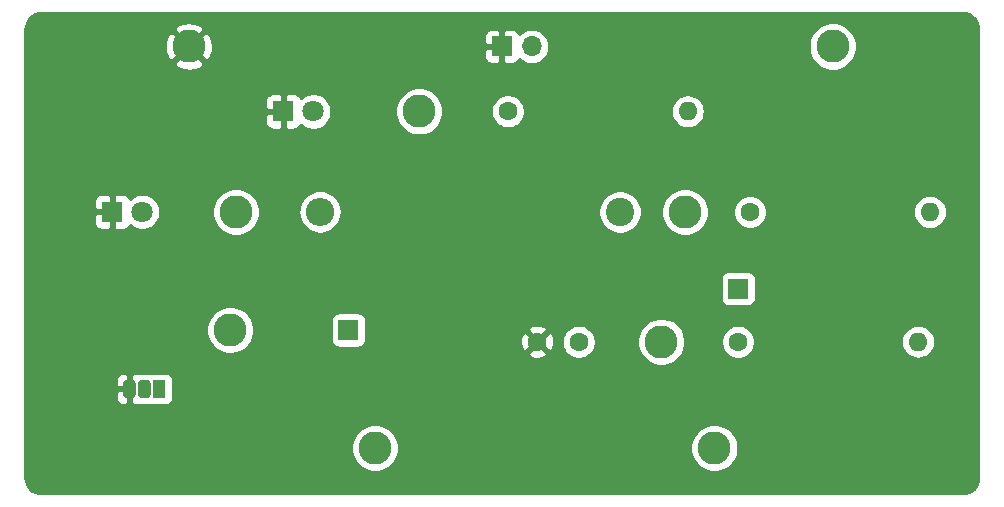
<source format=gbr>
G04 #@! TF.GenerationSoftware,KiCad,Pcbnew,(5.1.0)-1*
G04 #@! TF.CreationDate,2021-02-10T11:26:08+01:00*
G04 #@! TF.ProjectId,L_thilfeV1,4cf67468-696c-4666-9556-312e6b696361,rev?*
G04 #@! TF.SameCoordinates,Original*
G04 #@! TF.FileFunction,Copper,L2,Bot*
G04 #@! TF.FilePolarity,Positive*
%FSLAX46Y46*%
G04 Gerber Fmt 4.6, Leading zero omitted, Abs format (unit mm)*
G04 Created by KiCad (PCBNEW (5.1.0)-1) date 2021-02-10 11:26:08*
%MOMM*%
%LPD*%
G04 APERTURE LIST*
%ADD10C,2.800000*%
%ADD11O,1.700000X1.700000*%
%ADD12R,1.700000X1.700000*%
%ADD13O,2.400000X2.400000*%
%ADD14C,2.400000*%
%ADD15C,1.800000*%
%ADD16R,1.800000X1.800000*%
%ADD17R,1.050000X1.500000*%
%ADD18C,0.100000*%
%ADD19C,1.050000*%
%ADD20C,1.600000*%
%ADD21O,1.600000X1.600000*%
%ADD22C,0.254000*%
G04 APERTURE END LIST*
D10*
X153500000Y-56500000D03*
X117000000Y-55500000D03*
X113500000Y-31500000D03*
X117500000Y-45500000D03*
X133000000Y-37000000D03*
X158000000Y-65500000D03*
X129250000Y-65500000D03*
X155500000Y-45500000D03*
X168000000Y-31500000D03*
D11*
X142540000Y-31500000D03*
D12*
X140000000Y-31500000D03*
D13*
X124600000Y-45500000D03*
D14*
X150000000Y-45500000D03*
D15*
X124040000Y-37000000D03*
D16*
X121500000Y-37000000D03*
D17*
X111000000Y-60500000D03*
D18*
G36*
X108748229Y-59751264D02*
G01*
X108773711Y-59755044D01*
X108798700Y-59761303D01*
X108822954Y-59769982D01*
X108846242Y-59780996D01*
X108868337Y-59794239D01*
X108889028Y-59809585D01*
X108908116Y-59826884D01*
X108925415Y-59845972D01*
X108940761Y-59866663D01*
X108954004Y-59888758D01*
X108965018Y-59912046D01*
X108973697Y-59936300D01*
X108979956Y-59961289D01*
X108983736Y-59986771D01*
X108985000Y-60012500D01*
X108985000Y-60987500D01*
X108983736Y-61013229D01*
X108979956Y-61038711D01*
X108973697Y-61063700D01*
X108965018Y-61087954D01*
X108954004Y-61111242D01*
X108940761Y-61133337D01*
X108925415Y-61154028D01*
X108908116Y-61173116D01*
X108889028Y-61190415D01*
X108868337Y-61205761D01*
X108846242Y-61219004D01*
X108822954Y-61230018D01*
X108798700Y-61238697D01*
X108773711Y-61244956D01*
X108748229Y-61248736D01*
X108722500Y-61250000D01*
X108197500Y-61250000D01*
X108171771Y-61248736D01*
X108146289Y-61244956D01*
X108121300Y-61238697D01*
X108097046Y-61230018D01*
X108073758Y-61219004D01*
X108051663Y-61205761D01*
X108030972Y-61190415D01*
X108011884Y-61173116D01*
X107994585Y-61154028D01*
X107979239Y-61133337D01*
X107965996Y-61111242D01*
X107954982Y-61087954D01*
X107946303Y-61063700D01*
X107940044Y-61038711D01*
X107936264Y-61013229D01*
X107935000Y-60987500D01*
X107935000Y-60012500D01*
X107936264Y-59986771D01*
X107940044Y-59961289D01*
X107946303Y-59936300D01*
X107954982Y-59912046D01*
X107965996Y-59888758D01*
X107979239Y-59866663D01*
X107994585Y-59845972D01*
X108011884Y-59826884D01*
X108030972Y-59809585D01*
X108051663Y-59794239D01*
X108073758Y-59780996D01*
X108097046Y-59769982D01*
X108121300Y-59761303D01*
X108146289Y-59755044D01*
X108171771Y-59751264D01*
X108197500Y-59750000D01*
X108722500Y-59750000D01*
X108748229Y-59751264D01*
X108748229Y-59751264D01*
G37*
D19*
X108460000Y-60500000D03*
D18*
G36*
X110018229Y-59751264D02*
G01*
X110043711Y-59755044D01*
X110068700Y-59761303D01*
X110092954Y-59769982D01*
X110116242Y-59780996D01*
X110138337Y-59794239D01*
X110159028Y-59809585D01*
X110178116Y-59826884D01*
X110195415Y-59845972D01*
X110210761Y-59866663D01*
X110224004Y-59888758D01*
X110235018Y-59912046D01*
X110243697Y-59936300D01*
X110249956Y-59961289D01*
X110253736Y-59986771D01*
X110255000Y-60012500D01*
X110255000Y-60987500D01*
X110253736Y-61013229D01*
X110249956Y-61038711D01*
X110243697Y-61063700D01*
X110235018Y-61087954D01*
X110224004Y-61111242D01*
X110210761Y-61133337D01*
X110195415Y-61154028D01*
X110178116Y-61173116D01*
X110159028Y-61190415D01*
X110138337Y-61205761D01*
X110116242Y-61219004D01*
X110092954Y-61230018D01*
X110068700Y-61238697D01*
X110043711Y-61244956D01*
X110018229Y-61248736D01*
X109992500Y-61250000D01*
X109467500Y-61250000D01*
X109441771Y-61248736D01*
X109416289Y-61244956D01*
X109391300Y-61238697D01*
X109367046Y-61230018D01*
X109343758Y-61219004D01*
X109321663Y-61205761D01*
X109300972Y-61190415D01*
X109281884Y-61173116D01*
X109264585Y-61154028D01*
X109249239Y-61133337D01*
X109235996Y-61111242D01*
X109224982Y-61087954D01*
X109216303Y-61063700D01*
X109210044Y-61038711D01*
X109206264Y-61013229D01*
X109205000Y-60987500D01*
X109205000Y-60012500D01*
X109206264Y-59986771D01*
X109210044Y-59961289D01*
X109216303Y-59936300D01*
X109224982Y-59912046D01*
X109235996Y-59888758D01*
X109249239Y-59866663D01*
X109264585Y-59845972D01*
X109281884Y-59826884D01*
X109300972Y-59809585D01*
X109321663Y-59794239D01*
X109343758Y-59780996D01*
X109367046Y-59769982D01*
X109391300Y-59761303D01*
X109416289Y-59755044D01*
X109441771Y-59751264D01*
X109467500Y-59750000D01*
X109992500Y-59750000D01*
X110018229Y-59751264D01*
X110018229Y-59751264D01*
G37*
D19*
X109730000Y-60500000D03*
D20*
X143000000Y-56500000D03*
X146500000Y-56500000D03*
D21*
X175240000Y-56500000D03*
D20*
X160000000Y-56500000D03*
D21*
X155740000Y-37000000D03*
D20*
X140500000Y-37000000D03*
D21*
X176240000Y-45500000D03*
D20*
X161000000Y-45500000D03*
D12*
X127000000Y-55500000D03*
X160000000Y-52000000D03*
D15*
X109540000Y-45500000D03*
D16*
X107000000Y-45500000D03*
D22*
G36*
X179259659Y-28688625D02*
G01*
X179509429Y-28764035D01*
X179739792Y-28886522D01*
X179941980Y-29051422D01*
X180108286Y-29252450D01*
X180232378Y-29481954D01*
X180309531Y-29731195D01*
X180340000Y-30021089D01*
X180340001Y-34467572D01*
X180340000Y-34467582D01*
X180340001Y-67967711D01*
X180311375Y-68259660D01*
X180235965Y-68509429D01*
X180113477Y-68739794D01*
X179948579Y-68941979D01*
X179747546Y-69108288D01*
X179518046Y-69232378D01*
X179268805Y-69309531D01*
X178978911Y-69340000D01*
X101032279Y-69340000D01*
X100740340Y-69311375D01*
X100490571Y-69235965D01*
X100260206Y-69113477D01*
X100058021Y-68948579D01*
X99891712Y-68747546D01*
X99767622Y-68518046D01*
X99690469Y-68268805D01*
X99660000Y-67978911D01*
X99660000Y-65299570D01*
X127215000Y-65299570D01*
X127215000Y-65700430D01*
X127293204Y-66093587D01*
X127446607Y-66463934D01*
X127669313Y-66797237D01*
X127952763Y-67080687D01*
X128286066Y-67303393D01*
X128656413Y-67456796D01*
X129049570Y-67535000D01*
X129450430Y-67535000D01*
X129843587Y-67456796D01*
X130213934Y-67303393D01*
X130547237Y-67080687D01*
X130830687Y-66797237D01*
X131053393Y-66463934D01*
X131206796Y-66093587D01*
X131285000Y-65700430D01*
X131285000Y-65299570D01*
X155965000Y-65299570D01*
X155965000Y-65700430D01*
X156043204Y-66093587D01*
X156196607Y-66463934D01*
X156419313Y-66797237D01*
X156702763Y-67080687D01*
X157036066Y-67303393D01*
X157406413Y-67456796D01*
X157799570Y-67535000D01*
X158200430Y-67535000D01*
X158593587Y-67456796D01*
X158963934Y-67303393D01*
X159297237Y-67080687D01*
X159580687Y-66797237D01*
X159803393Y-66463934D01*
X159956796Y-66093587D01*
X160035000Y-65700430D01*
X160035000Y-65299570D01*
X159956796Y-64906413D01*
X159803393Y-64536066D01*
X159580687Y-64202763D01*
X159297237Y-63919313D01*
X158963934Y-63696607D01*
X158593587Y-63543204D01*
X158200430Y-63465000D01*
X157799570Y-63465000D01*
X157406413Y-63543204D01*
X157036066Y-63696607D01*
X156702763Y-63919313D01*
X156419313Y-64202763D01*
X156196607Y-64536066D01*
X156043204Y-64906413D01*
X155965000Y-65299570D01*
X131285000Y-65299570D01*
X131206796Y-64906413D01*
X131053393Y-64536066D01*
X130830687Y-64202763D01*
X130547237Y-63919313D01*
X130213934Y-63696607D01*
X129843587Y-63543204D01*
X129450430Y-63465000D01*
X129049570Y-63465000D01*
X128656413Y-63543204D01*
X128286066Y-63696607D01*
X127952763Y-63919313D01*
X127669313Y-64202763D01*
X127446607Y-64536066D01*
X127293204Y-64906413D01*
X127215000Y-65299570D01*
X99660000Y-65299570D01*
X99660000Y-61250000D01*
X107296928Y-61250000D01*
X107309188Y-61374482D01*
X107345498Y-61494180D01*
X107404463Y-61604494D01*
X107483815Y-61701185D01*
X107580506Y-61780537D01*
X107690820Y-61839502D01*
X107810518Y-61875812D01*
X107935000Y-61888072D01*
X108174250Y-61885000D01*
X108333000Y-61726250D01*
X108333000Y-60627000D01*
X107458750Y-60627000D01*
X107300000Y-60785750D01*
X107296928Y-61250000D01*
X99660000Y-61250000D01*
X99660000Y-59750000D01*
X107296928Y-59750000D01*
X107300000Y-60214250D01*
X107458750Y-60373000D01*
X108333000Y-60373000D01*
X108333000Y-60012500D01*
X108566928Y-60012500D01*
X108566928Y-60987500D01*
X108584232Y-61163193D01*
X108587000Y-61172318D01*
X108587000Y-61726250D01*
X108745750Y-61885000D01*
X108985000Y-61888072D01*
X109109482Y-61875812D01*
X109208959Y-61845636D01*
X109291807Y-61870768D01*
X109467500Y-61888072D01*
X109992500Y-61888072D01*
X110168193Y-61870768D01*
X110251041Y-61845636D01*
X110350518Y-61875812D01*
X110475000Y-61888072D01*
X111525000Y-61888072D01*
X111649482Y-61875812D01*
X111769180Y-61839502D01*
X111879494Y-61780537D01*
X111976185Y-61701185D01*
X112055537Y-61604494D01*
X112114502Y-61494180D01*
X112150812Y-61374482D01*
X112163072Y-61250000D01*
X112163072Y-59750000D01*
X112150812Y-59625518D01*
X112114502Y-59505820D01*
X112055537Y-59395506D01*
X111976185Y-59298815D01*
X111879494Y-59219463D01*
X111769180Y-59160498D01*
X111649482Y-59124188D01*
X111525000Y-59111928D01*
X110475000Y-59111928D01*
X110350518Y-59124188D01*
X110251041Y-59154364D01*
X110168193Y-59129232D01*
X109992500Y-59111928D01*
X109467500Y-59111928D01*
X109291807Y-59129232D01*
X109208959Y-59154364D01*
X109109482Y-59124188D01*
X108985000Y-59111928D01*
X108745750Y-59115000D01*
X108587000Y-59273750D01*
X108587000Y-59827682D01*
X108584232Y-59836807D01*
X108566928Y-60012500D01*
X108333000Y-60012500D01*
X108333000Y-59273750D01*
X108174250Y-59115000D01*
X107935000Y-59111928D01*
X107810518Y-59124188D01*
X107690820Y-59160498D01*
X107580506Y-59219463D01*
X107483815Y-59298815D01*
X107404463Y-59395506D01*
X107345498Y-59505820D01*
X107309188Y-59625518D01*
X107296928Y-59750000D01*
X99660000Y-59750000D01*
X99660000Y-55299570D01*
X114965000Y-55299570D01*
X114965000Y-55700430D01*
X115043204Y-56093587D01*
X115196607Y-56463934D01*
X115419313Y-56797237D01*
X115702763Y-57080687D01*
X116036066Y-57303393D01*
X116406413Y-57456796D01*
X116799570Y-57535000D01*
X117200430Y-57535000D01*
X117413075Y-57492702D01*
X142186903Y-57492702D01*
X142258486Y-57736671D01*
X142513996Y-57857571D01*
X142788184Y-57926300D01*
X143070512Y-57940217D01*
X143350130Y-57898787D01*
X143616292Y-57803603D01*
X143741514Y-57736671D01*
X143813097Y-57492702D01*
X143000000Y-56679605D01*
X142186903Y-57492702D01*
X117413075Y-57492702D01*
X117593587Y-57456796D01*
X117963934Y-57303393D01*
X118297237Y-57080687D01*
X118580687Y-56797237D01*
X118803393Y-56463934D01*
X118956796Y-56093587D01*
X119035000Y-55700430D01*
X119035000Y-55299570D01*
X118956796Y-54906413D01*
X118850587Y-54650000D01*
X125511928Y-54650000D01*
X125511928Y-56350000D01*
X125524188Y-56474482D01*
X125560498Y-56594180D01*
X125619463Y-56704494D01*
X125698815Y-56801185D01*
X125795506Y-56880537D01*
X125905820Y-56939502D01*
X126025518Y-56975812D01*
X126150000Y-56988072D01*
X127850000Y-56988072D01*
X127974482Y-56975812D01*
X128094180Y-56939502D01*
X128204494Y-56880537D01*
X128301185Y-56801185D01*
X128380537Y-56704494D01*
X128439502Y-56594180D01*
X128446681Y-56570512D01*
X141559783Y-56570512D01*
X141601213Y-56850130D01*
X141696397Y-57116292D01*
X141763329Y-57241514D01*
X142007298Y-57313097D01*
X142820395Y-56500000D01*
X143179605Y-56500000D01*
X143992702Y-57313097D01*
X144236671Y-57241514D01*
X144357571Y-56986004D01*
X144426300Y-56711816D01*
X144440217Y-56429488D01*
X144429724Y-56358665D01*
X145065000Y-56358665D01*
X145065000Y-56641335D01*
X145120147Y-56918574D01*
X145228320Y-57179727D01*
X145385363Y-57414759D01*
X145585241Y-57614637D01*
X145820273Y-57771680D01*
X146081426Y-57879853D01*
X146358665Y-57935000D01*
X146641335Y-57935000D01*
X146918574Y-57879853D01*
X147179727Y-57771680D01*
X147414759Y-57614637D01*
X147614637Y-57414759D01*
X147771680Y-57179727D01*
X147879853Y-56918574D01*
X147935000Y-56641335D01*
X147935000Y-56358665D01*
X147923246Y-56299570D01*
X151465000Y-56299570D01*
X151465000Y-56700430D01*
X151543204Y-57093587D01*
X151696607Y-57463934D01*
X151919313Y-57797237D01*
X152202763Y-58080687D01*
X152536066Y-58303393D01*
X152906413Y-58456796D01*
X153299570Y-58535000D01*
X153700430Y-58535000D01*
X154093587Y-58456796D01*
X154463934Y-58303393D01*
X154797237Y-58080687D01*
X155080687Y-57797237D01*
X155303393Y-57463934D01*
X155456796Y-57093587D01*
X155535000Y-56700430D01*
X155535000Y-56358665D01*
X158565000Y-56358665D01*
X158565000Y-56641335D01*
X158620147Y-56918574D01*
X158728320Y-57179727D01*
X158885363Y-57414759D01*
X159085241Y-57614637D01*
X159320273Y-57771680D01*
X159581426Y-57879853D01*
X159858665Y-57935000D01*
X160141335Y-57935000D01*
X160418574Y-57879853D01*
X160679727Y-57771680D01*
X160914759Y-57614637D01*
X161114637Y-57414759D01*
X161271680Y-57179727D01*
X161379853Y-56918574D01*
X161435000Y-56641335D01*
X161435000Y-56500000D01*
X173798057Y-56500000D01*
X173825764Y-56781309D01*
X173907818Y-57051808D01*
X174041068Y-57301101D01*
X174220392Y-57519608D01*
X174438899Y-57698932D01*
X174688192Y-57832182D01*
X174958691Y-57914236D01*
X175169508Y-57935000D01*
X175310492Y-57935000D01*
X175521309Y-57914236D01*
X175791808Y-57832182D01*
X176041101Y-57698932D01*
X176259608Y-57519608D01*
X176438932Y-57301101D01*
X176572182Y-57051808D01*
X176654236Y-56781309D01*
X176681943Y-56500000D01*
X176654236Y-56218691D01*
X176572182Y-55948192D01*
X176438932Y-55698899D01*
X176259608Y-55480392D01*
X176041101Y-55301068D01*
X175791808Y-55167818D01*
X175521309Y-55085764D01*
X175310492Y-55065000D01*
X175169508Y-55065000D01*
X174958691Y-55085764D01*
X174688192Y-55167818D01*
X174438899Y-55301068D01*
X174220392Y-55480392D01*
X174041068Y-55698899D01*
X173907818Y-55948192D01*
X173825764Y-56218691D01*
X173798057Y-56500000D01*
X161435000Y-56500000D01*
X161435000Y-56358665D01*
X161379853Y-56081426D01*
X161271680Y-55820273D01*
X161114637Y-55585241D01*
X160914759Y-55385363D01*
X160679727Y-55228320D01*
X160418574Y-55120147D01*
X160141335Y-55065000D01*
X159858665Y-55065000D01*
X159581426Y-55120147D01*
X159320273Y-55228320D01*
X159085241Y-55385363D01*
X158885363Y-55585241D01*
X158728320Y-55820273D01*
X158620147Y-56081426D01*
X158565000Y-56358665D01*
X155535000Y-56358665D01*
X155535000Y-56299570D01*
X155456796Y-55906413D01*
X155303393Y-55536066D01*
X155080687Y-55202763D01*
X154797237Y-54919313D01*
X154463934Y-54696607D01*
X154093587Y-54543204D01*
X153700430Y-54465000D01*
X153299570Y-54465000D01*
X152906413Y-54543204D01*
X152536066Y-54696607D01*
X152202763Y-54919313D01*
X151919313Y-55202763D01*
X151696607Y-55536066D01*
X151543204Y-55906413D01*
X151465000Y-56299570D01*
X147923246Y-56299570D01*
X147879853Y-56081426D01*
X147771680Y-55820273D01*
X147614637Y-55585241D01*
X147414759Y-55385363D01*
X147179727Y-55228320D01*
X146918574Y-55120147D01*
X146641335Y-55065000D01*
X146358665Y-55065000D01*
X146081426Y-55120147D01*
X145820273Y-55228320D01*
X145585241Y-55385363D01*
X145385363Y-55585241D01*
X145228320Y-55820273D01*
X145120147Y-56081426D01*
X145065000Y-56358665D01*
X144429724Y-56358665D01*
X144398787Y-56149870D01*
X144303603Y-55883708D01*
X144236671Y-55758486D01*
X143992702Y-55686903D01*
X143179605Y-56500000D01*
X142820395Y-56500000D01*
X142007298Y-55686903D01*
X141763329Y-55758486D01*
X141642429Y-56013996D01*
X141573700Y-56288184D01*
X141559783Y-56570512D01*
X128446681Y-56570512D01*
X128475812Y-56474482D01*
X128488072Y-56350000D01*
X128488072Y-55507298D01*
X142186903Y-55507298D01*
X143000000Y-56320395D01*
X143813097Y-55507298D01*
X143741514Y-55263329D01*
X143486004Y-55142429D01*
X143211816Y-55073700D01*
X142929488Y-55059783D01*
X142649870Y-55101213D01*
X142383708Y-55196397D01*
X142258486Y-55263329D01*
X142186903Y-55507298D01*
X128488072Y-55507298D01*
X128488072Y-54650000D01*
X128475812Y-54525518D01*
X128439502Y-54405820D01*
X128380537Y-54295506D01*
X128301185Y-54198815D01*
X128204494Y-54119463D01*
X128094180Y-54060498D01*
X127974482Y-54024188D01*
X127850000Y-54011928D01*
X126150000Y-54011928D01*
X126025518Y-54024188D01*
X125905820Y-54060498D01*
X125795506Y-54119463D01*
X125698815Y-54198815D01*
X125619463Y-54295506D01*
X125560498Y-54405820D01*
X125524188Y-54525518D01*
X125511928Y-54650000D01*
X118850587Y-54650000D01*
X118803393Y-54536066D01*
X118580687Y-54202763D01*
X118297237Y-53919313D01*
X117963934Y-53696607D01*
X117593587Y-53543204D01*
X117200430Y-53465000D01*
X116799570Y-53465000D01*
X116406413Y-53543204D01*
X116036066Y-53696607D01*
X115702763Y-53919313D01*
X115419313Y-54202763D01*
X115196607Y-54536066D01*
X115043204Y-54906413D01*
X114965000Y-55299570D01*
X99660000Y-55299570D01*
X99660000Y-51150000D01*
X158511928Y-51150000D01*
X158511928Y-52850000D01*
X158524188Y-52974482D01*
X158560498Y-53094180D01*
X158619463Y-53204494D01*
X158698815Y-53301185D01*
X158795506Y-53380537D01*
X158905820Y-53439502D01*
X159025518Y-53475812D01*
X159150000Y-53488072D01*
X160850000Y-53488072D01*
X160974482Y-53475812D01*
X161094180Y-53439502D01*
X161204494Y-53380537D01*
X161301185Y-53301185D01*
X161380537Y-53204494D01*
X161439502Y-53094180D01*
X161475812Y-52974482D01*
X161488072Y-52850000D01*
X161488072Y-51150000D01*
X161475812Y-51025518D01*
X161439502Y-50905820D01*
X161380537Y-50795506D01*
X161301185Y-50698815D01*
X161204494Y-50619463D01*
X161094180Y-50560498D01*
X160974482Y-50524188D01*
X160850000Y-50511928D01*
X159150000Y-50511928D01*
X159025518Y-50524188D01*
X158905820Y-50560498D01*
X158795506Y-50619463D01*
X158698815Y-50698815D01*
X158619463Y-50795506D01*
X158560498Y-50905820D01*
X158524188Y-51025518D01*
X158511928Y-51150000D01*
X99660000Y-51150000D01*
X99660000Y-46400000D01*
X105461928Y-46400000D01*
X105474188Y-46524482D01*
X105510498Y-46644180D01*
X105569463Y-46754494D01*
X105648815Y-46851185D01*
X105745506Y-46930537D01*
X105855820Y-46989502D01*
X105975518Y-47025812D01*
X106100000Y-47038072D01*
X106714250Y-47035000D01*
X106873000Y-46876250D01*
X106873000Y-45627000D01*
X105623750Y-45627000D01*
X105465000Y-45785750D01*
X105461928Y-46400000D01*
X99660000Y-46400000D01*
X99660000Y-44600000D01*
X105461928Y-44600000D01*
X105465000Y-45214250D01*
X105623750Y-45373000D01*
X106873000Y-45373000D01*
X106873000Y-44123750D01*
X107127000Y-44123750D01*
X107127000Y-45373000D01*
X107147000Y-45373000D01*
X107147000Y-45627000D01*
X107127000Y-45627000D01*
X107127000Y-46876250D01*
X107285750Y-47035000D01*
X107900000Y-47038072D01*
X108024482Y-47025812D01*
X108144180Y-46989502D01*
X108254494Y-46930537D01*
X108351185Y-46851185D01*
X108430537Y-46754494D01*
X108489502Y-46644180D01*
X108495056Y-46625873D01*
X108561495Y-46692312D01*
X108812905Y-46860299D01*
X109092257Y-46976011D01*
X109388816Y-47035000D01*
X109691184Y-47035000D01*
X109987743Y-46976011D01*
X110267095Y-46860299D01*
X110518505Y-46692312D01*
X110732312Y-46478505D01*
X110900299Y-46227095D01*
X111016011Y-45947743D01*
X111075000Y-45651184D01*
X111075000Y-45348816D01*
X111065205Y-45299570D01*
X115465000Y-45299570D01*
X115465000Y-45700430D01*
X115543204Y-46093587D01*
X115696607Y-46463934D01*
X115919313Y-46797237D01*
X116202763Y-47080687D01*
X116536066Y-47303393D01*
X116906413Y-47456796D01*
X117299570Y-47535000D01*
X117700430Y-47535000D01*
X118093587Y-47456796D01*
X118463934Y-47303393D01*
X118797237Y-47080687D01*
X119080687Y-46797237D01*
X119303393Y-46463934D01*
X119456796Y-46093587D01*
X119535000Y-45700430D01*
X119535000Y-45500000D01*
X122756122Y-45500000D01*
X122791552Y-45859723D01*
X122896479Y-46205622D01*
X123066871Y-46524404D01*
X123296181Y-46803819D01*
X123575596Y-47033129D01*
X123894378Y-47203521D01*
X124240277Y-47308448D01*
X124509861Y-47335000D01*
X124690139Y-47335000D01*
X124959723Y-47308448D01*
X125305622Y-47203521D01*
X125624404Y-47033129D01*
X125903819Y-46803819D01*
X126133129Y-46524404D01*
X126303521Y-46205622D01*
X126408448Y-45859723D01*
X126443878Y-45500000D01*
X126426078Y-45319268D01*
X148165000Y-45319268D01*
X148165000Y-45680732D01*
X148235518Y-46035250D01*
X148373844Y-46369199D01*
X148574662Y-46669744D01*
X148830256Y-46925338D01*
X149130801Y-47126156D01*
X149464750Y-47264482D01*
X149819268Y-47335000D01*
X150180732Y-47335000D01*
X150535250Y-47264482D01*
X150869199Y-47126156D01*
X151169744Y-46925338D01*
X151425338Y-46669744D01*
X151626156Y-46369199D01*
X151764482Y-46035250D01*
X151835000Y-45680732D01*
X151835000Y-45319268D01*
X151831082Y-45299570D01*
X153465000Y-45299570D01*
X153465000Y-45700430D01*
X153543204Y-46093587D01*
X153696607Y-46463934D01*
X153919313Y-46797237D01*
X154202763Y-47080687D01*
X154536066Y-47303393D01*
X154906413Y-47456796D01*
X155299570Y-47535000D01*
X155700430Y-47535000D01*
X156093587Y-47456796D01*
X156463934Y-47303393D01*
X156797237Y-47080687D01*
X157080687Y-46797237D01*
X157303393Y-46463934D01*
X157456796Y-46093587D01*
X157535000Y-45700430D01*
X157535000Y-45358665D01*
X159565000Y-45358665D01*
X159565000Y-45641335D01*
X159620147Y-45918574D01*
X159728320Y-46179727D01*
X159885363Y-46414759D01*
X160085241Y-46614637D01*
X160320273Y-46771680D01*
X160581426Y-46879853D01*
X160858665Y-46935000D01*
X161141335Y-46935000D01*
X161418574Y-46879853D01*
X161679727Y-46771680D01*
X161914759Y-46614637D01*
X162114637Y-46414759D01*
X162271680Y-46179727D01*
X162379853Y-45918574D01*
X162435000Y-45641335D01*
X162435000Y-45500000D01*
X174798057Y-45500000D01*
X174825764Y-45781309D01*
X174907818Y-46051808D01*
X175041068Y-46301101D01*
X175220392Y-46519608D01*
X175438899Y-46698932D01*
X175688192Y-46832182D01*
X175958691Y-46914236D01*
X176169508Y-46935000D01*
X176310492Y-46935000D01*
X176521309Y-46914236D01*
X176791808Y-46832182D01*
X177041101Y-46698932D01*
X177259608Y-46519608D01*
X177438932Y-46301101D01*
X177572182Y-46051808D01*
X177654236Y-45781309D01*
X177681943Y-45500000D01*
X177654236Y-45218691D01*
X177572182Y-44948192D01*
X177438932Y-44698899D01*
X177259608Y-44480392D01*
X177041101Y-44301068D01*
X176791808Y-44167818D01*
X176521309Y-44085764D01*
X176310492Y-44065000D01*
X176169508Y-44065000D01*
X175958691Y-44085764D01*
X175688192Y-44167818D01*
X175438899Y-44301068D01*
X175220392Y-44480392D01*
X175041068Y-44698899D01*
X174907818Y-44948192D01*
X174825764Y-45218691D01*
X174798057Y-45500000D01*
X162435000Y-45500000D01*
X162435000Y-45358665D01*
X162379853Y-45081426D01*
X162271680Y-44820273D01*
X162114637Y-44585241D01*
X161914759Y-44385363D01*
X161679727Y-44228320D01*
X161418574Y-44120147D01*
X161141335Y-44065000D01*
X160858665Y-44065000D01*
X160581426Y-44120147D01*
X160320273Y-44228320D01*
X160085241Y-44385363D01*
X159885363Y-44585241D01*
X159728320Y-44820273D01*
X159620147Y-45081426D01*
X159565000Y-45358665D01*
X157535000Y-45358665D01*
X157535000Y-45299570D01*
X157456796Y-44906413D01*
X157303393Y-44536066D01*
X157080687Y-44202763D01*
X156797237Y-43919313D01*
X156463934Y-43696607D01*
X156093587Y-43543204D01*
X155700430Y-43465000D01*
X155299570Y-43465000D01*
X154906413Y-43543204D01*
X154536066Y-43696607D01*
X154202763Y-43919313D01*
X153919313Y-44202763D01*
X153696607Y-44536066D01*
X153543204Y-44906413D01*
X153465000Y-45299570D01*
X151831082Y-45299570D01*
X151764482Y-44964750D01*
X151626156Y-44630801D01*
X151425338Y-44330256D01*
X151169744Y-44074662D01*
X150869199Y-43873844D01*
X150535250Y-43735518D01*
X150180732Y-43665000D01*
X149819268Y-43665000D01*
X149464750Y-43735518D01*
X149130801Y-43873844D01*
X148830256Y-44074662D01*
X148574662Y-44330256D01*
X148373844Y-44630801D01*
X148235518Y-44964750D01*
X148165000Y-45319268D01*
X126426078Y-45319268D01*
X126408448Y-45140277D01*
X126303521Y-44794378D01*
X126133129Y-44475596D01*
X125903819Y-44196181D01*
X125624404Y-43966871D01*
X125305622Y-43796479D01*
X124959723Y-43691552D01*
X124690139Y-43665000D01*
X124509861Y-43665000D01*
X124240277Y-43691552D01*
X123894378Y-43796479D01*
X123575596Y-43966871D01*
X123296181Y-44196181D01*
X123066871Y-44475596D01*
X122896479Y-44794378D01*
X122791552Y-45140277D01*
X122756122Y-45500000D01*
X119535000Y-45500000D01*
X119535000Y-45299570D01*
X119456796Y-44906413D01*
X119303393Y-44536066D01*
X119080687Y-44202763D01*
X118797237Y-43919313D01*
X118463934Y-43696607D01*
X118093587Y-43543204D01*
X117700430Y-43465000D01*
X117299570Y-43465000D01*
X116906413Y-43543204D01*
X116536066Y-43696607D01*
X116202763Y-43919313D01*
X115919313Y-44202763D01*
X115696607Y-44536066D01*
X115543204Y-44906413D01*
X115465000Y-45299570D01*
X111065205Y-45299570D01*
X111016011Y-45052257D01*
X110900299Y-44772905D01*
X110732312Y-44521495D01*
X110518505Y-44307688D01*
X110267095Y-44139701D01*
X109987743Y-44023989D01*
X109691184Y-43965000D01*
X109388816Y-43965000D01*
X109092257Y-44023989D01*
X108812905Y-44139701D01*
X108561495Y-44307688D01*
X108495056Y-44374127D01*
X108489502Y-44355820D01*
X108430537Y-44245506D01*
X108351185Y-44148815D01*
X108254494Y-44069463D01*
X108144180Y-44010498D01*
X108024482Y-43974188D01*
X107900000Y-43961928D01*
X107285750Y-43965000D01*
X107127000Y-44123750D01*
X106873000Y-44123750D01*
X106714250Y-43965000D01*
X106100000Y-43961928D01*
X105975518Y-43974188D01*
X105855820Y-44010498D01*
X105745506Y-44069463D01*
X105648815Y-44148815D01*
X105569463Y-44245506D01*
X105510498Y-44355820D01*
X105474188Y-44475518D01*
X105461928Y-44600000D01*
X99660000Y-44600000D01*
X99660000Y-37900000D01*
X119961928Y-37900000D01*
X119974188Y-38024482D01*
X120010498Y-38144180D01*
X120069463Y-38254494D01*
X120148815Y-38351185D01*
X120245506Y-38430537D01*
X120355820Y-38489502D01*
X120475518Y-38525812D01*
X120600000Y-38538072D01*
X121214250Y-38535000D01*
X121373000Y-38376250D01*
X121373000Y-37127000D01*
X120123750Y-37127000D01*
X119965000Y-37285750D01*
X119961928Y-37900000D01*
X99660000Y-37900000D01*
X99660000Y-36100000D01*
X119961928Y-36100000D01*
X119965000Y-36714250D01*
X120123750Y-36873000D01*
X121373000Y-36873000D01*
X121373000Y-35623750D01*
X121627000Y-35623750D01*
X121627000Y-36873000D01*
X121647000Y-36873000D01*
X121647000Y-37127000D01*
X121627000Y-37127000D01*
X121627000Y-38376250D01*
X121785750Y-38535000D01*
X122400000Y-38538072D01*
X122524482Y-38525812D01*
X122644180Y-38489502D01*
X122754494Y-38430537D01*
X122851185Y-38351185D01*
X122930537Y-38254494D01*
X122989502Y-38144180D01*
X122995056Y-38125873D01*
X123061495Y-38192312D01*
X123312905Y-38360299D01*
X123592257Y-38476011D01*
X123888816Y-38535000D01*
X124191184Y-38535000D01*
X124487743Y-38476011D01*
X124767095Y-38360299D01*
X125018505Y-38192312D01*
X125232312Y-37978505D01*
X125400299Y-37727095D01*
X125516011Y-37447743D01*
X125575000Y-37151184D01*
X125575000Y-36848816D01*
X125565205Y-36799570D01*
X130965000Y-36799570D01*
X130965000Y-37200430D01*
X131043204Y-37593587D01*
X131196607Y-37963934D01*
X131419313Y-38297237D01*
X131702763Y-38580687D01*
X132036066Y-38803393D01*
X132406413Y-38956796D01*
X132799570Y-39035000D01*
X133200430Y-39035000D01*
X133593587Y-38956796D01*
X133963934Y-38803393D01*
X134297237Y-38580687D01*
X134580687Y-38297237D01*
X134803393Y-37963934D01*
X134956796Y-37593587D01*
X135035000Y-37200430D01*
X135035000Y-36858665D01*
X139065000Y-36858665D01*
X139065000Y-37141335D01*
X139120147Y-37418574D01*
X139228320Y-37679727D01*
X139385363Y-37914759D01*
X139585241Y-38114637D01*
X139820273Y-38271680D01*
X140081426Y-38379853D01*
X140358665Y-38435000D01*
X140641335Y-38435000D01*
X140918574Y-38379853D01*
X141179727Y-38271680D01*
X141414759Y-38114637D01*
X141614637Y-37914759D01*
X141771680Y-37679727D01*
X141879853Y-37418574D01*
X141935000Y-37141335D01*
X141935000Y-37000000D01*
X154298057Y-37000000D01*
X154325764Y-37281309D01*
X154407818Y-37551808D01*
X154541068Y-37801101D01*
X154720392Y-38019608D01*
X154938899Y-38198932D01*
X155188192Y-38332182D01*
X155458691Y-38414236D01*
X155669508Y-38435000D01*
X155810492Y-38435000D01*
X156021309Y-38414236D01*
X156291808Y-38332182D01*
X156541101Y-38198932D01*
X156759608Y-38019608D01*
X156938932Y-37801101D01*
X157072182Y-37551808D01*
X157154236Y-37281309D01*
X157181943Y-37000000D01*
X157154236Y-36718691D01*
X157072182Y-36448192D01*
X156938932Y-36198899D01*
X156759608Y-35980392D01*
X156541101Y-35801068D01*
X156291808Y-35667818D01*
X156021309Y-35585764D01*
X155810492Y-35565000D01*
X155669508Y-35565000D01*
X155458691Y-35585764D01*
X155188192Y-35667818D01*
X154938899Y-35801068D01*
X154720392Y-35980392D01*
X154541068Y-36198899D01*
X154407818Y-36448192D01*
X154325764Y-36718691D01*
X154298057Y-37000000D01*
X141935000Y-37000000D01*
X141935000Y-36858665D01*
X141879853Y-36581426D01*
X141771680Y-36320273D01*
X141614637Y-36085241D01*
X141414759Y-35885363D01*
X141179727Y-35728320D01*
X140918574Y-35620147D01*
X140641335Y-35565000D01*
X140358665Y-35565000D01*
X140081426Y-35620147D01*
X139820273Y-35728320D01*
X139585241Y-35885363D01*
X139385363Y-36085241D01*
X139228320Y-36320273D01*
X139120147Y-36581426D01*
X139065000Y-36858665D01*
X135035000Y-36858665D01*
X135035000Y-36799570D01*
X134956796Y-36406413D01*
X134803393Y-36036066D01*
X134580687Y-35702763D01*
X134297237Y-35419313D01*
X133963934Y-35196607D01*
X133593587Y-35043204D01*
X133200430Y-34965000D01*
X132799570Y-34965000D01*
X132406413Y-35043204D01*
X132036066Y-35196607D01*
X131702763Y-35419313D01*
X131419313Y-35702763D01*
X131196607Y-36036066D01*
X131043204Y-36406413D01*
X130965000Y-36799570D01*
X125565205Y-36799570D01*
X125516011Y-36552257D01*
X125400299Y-36272905D01*
X125232312Y-36021495D01*
X125018505Y-35807688D01*
X124767095Y-35639701D01*
X124487743Y-35523989D01*
X124191184Y-35465000D01*
X123888816Y-35465000D01*
X123592257Y-35523989D01*
X123312905Y-35639701D01*
X123061495Y-35807688D01*
X122995056Y-35874127D01*
X122989502Y-35855820D01*
X122930537Y-35745506D01*
X122851185Y-35648815D01*
X122754494Y-35569463D01*
X122644180Y-35510498D01*
X122524482Y-35474188D01*
X122400000Y-35461928D01*
X121785750Y-35465000D01*
X121627000Y-35623750D01*
X121373000Y-35623750D01*
X121214250Y-35465000D01*
X120600000Y-35461928D01*
X120475518Y-35474188D01*
X120355820Y-35510498D01*
X120245506Y-35569463D01*
X120148815Y-35648815D01*
X120069463Y-35745506D01*
X120010498Y-35855820D01*
X119974188Y-35975518D01*
X119961928Y-36100000D01*
X99660000Y-36100000D01*
X99660000Y-32920447D01*
X112259158Y-32920447D01*
X112403135Y-33225770D01*
X112760892Y-33406597D01*
X113147053Y-33514155D01*
X113546777Y-33544310D01*
X113944704Y-33495904D01*
X114325540Y-33370795D01*
X114596865Y-33225770D01*
X114740842Y-32920447D01*
X113500000Y-31679605D01*
X112259158Y-32920447D01*
X99660000Y-32920447D01*
X99660000Y-31546777D01*
X111455690Y-31546777D01*
X111504096Y-31944704D01*
X111629205Y-32325540D01*
X111774230Y-32596865D01*
X112079553Y-32740842D01*
X113320395Y-31500000D01*
X113679605Y-31500000D01*
X114920447Y-32740842D01*
X115225770Y-32596865D01*
X115350547Y-32350000D01*
X138511928Y-32350000D01*
X138524188Y-32474482D01*
X138560498Y-32594180D01*
X138619463Y-32704494D01*
X138698815Y-32801185D01*
X138795506Y-32880537D01*
X138905820Y-32939502D01*
X139025518Y-32975812D01*
X139150000Y-32988072D01*
X139714250Y-32985000D01*
X139873000Y-32826250D01*
X139873000Y-31627000D01*
X138673750Y-31627000D01*
X138515000Y-31785750D01*
X138511928Y-32350000D01*
X115350547Y-32350000D01*
X115406597Y-32239108D01*
X115514155Y-31852947D01*
X115544310Y-31453223D01*
X115495904Y-31055296D01*
X115370795Y-30674460D01*
X115357721Y-30650000D01*
X138511928Y-30650000D01*
X138515000Y-31214250D01*
X138673750Y-31373000D01*
X139873000Y-31373000D01*
X139873000Y-30173750D01*
X140127000Y-30173750D01*
X140127000Y-31373000D01*
X140147000Y-31373000D01*
X140147000Y-31627000D01*
X140127000Y-31627000D01*
X140127000Y-32826250D01*
X140285750Y-32985000D01*
X140850000Y-32988072D01*
X140974482Y-32975812D01*
X141094180Y-32939502D01*
X141204494Y-32880537D01*
X141301185Y-32801185D01*
X141380537Y-32704494D01*
X141439502Y-32594180D01*
X141460393Y-32525313D01*
X141484866Y-32555134D01*
X141710986Y-32740706D01*
X141968966Y-32878599D01*
X142248889Y-32963513D01*
X142467050Y-32985000D01*
X142612950Y-32985000D01*
X142831111Y-32963513D01*
X143111034Y-32878599D01*
X143369014Y-32740706D01*
X143595134Y-32555134D01*
X143780706Y-32329014D01*
X143918599Y-32071034D01*
X144003513Y-31791111D01*
X144032185Y-31500000D01*
X144012445Y-31299570D01*
X165965000Y-31299570D01*
X165965000Y-31700430D01*
X166043204Y-32093587D01*
X166196607Y-32463934D01*
X166419313Y-32797237D01*
X166702763Y-33080687D01*
X167036066Y-33303393D01*
X167406413Y-33456796D01*
X167799570Y-33535000D01*
X168200430Y-33535000D01*
X168593587Y-33456796D01*
X168963934Y-33303393D01*
X169297237Y-33080687D01*
X169580687Y-32797237D01*
X169803393Y-32463934D01*
X169956796Y-32093587D01*
X170035000Y-31700430D01*
X170035000Y-31299570D01*
X169956796Y-30906413D01*
X169803393Y-30536066D01*
X169580687Y-30202763D01*
X169297237Y-29919313D01*
X168963934Y-29696607D01*
X168593587Y-29543204D01*
X168200430Y-29465000D01*
X167799570Y-29465000D01*
X167406413Y-29543204D01*
X167036066Y-29696607D01*
X166702763Y-29919313D01*
X166419313Y-30202763D01*
X166196607Y-30536066D01*
X166043204Y-30906413D01*
X165965000Y-31299570D01*
X144012445Y-31299570D01*
X144003513Y-31208889D01*
X143918599Y-30928966D01*
X143780706Y-30670986D01*
X143595134Y-30444866D01*
X143369014Y-30259294D01*
X143111034Y-30121401D01*
X142831111Y-30036487D01*
X142612950Y-30015000D01*
X142467050Y-30015000D01*
X142248889Y-30036487D01*
X141968966Y-30121401D01*
X141710986Y-30259294D01*
X141484866Y-30444866D01*
X141460393Y-30474687D01*
X141439502Y-30405820D01*
X141380537Y-30295506D01*
X141301185Y-30198815D01*
X141204494Y-30119463D01*
X141094180Y-30060498D01*
X140974482Y-30024188D01*
X140850000Y-30011928D01*
X140285750Y-30015000D01*
X140127000Y-30173750D01*
X139873000Y-30173750D01*
X139714250Y-30015000D01*
X139150000Y-30011928D01*
X139025518Y-30024188D01*
X138905820Y-30060498D01*
X138795506Y-30119463D01*
X138698815Y-30198815D01*
X138619463Y-30295506D01*
X138560498Y-30405820D01*
X138524188Y-30525518D01*
X138511928Y-30650000D01*
X115357721Y-30650000D01*
X115225770Y-30403135D01*
X114920447Y-30259158D01*
X113679605Y-31500000D01*
X113320395Y-31500000D01*
X112079553Y-30259158D01*
X111774230Y-30403135D01*
X111593403Y-30760892D01*
X111485845Y-31147053D01*
X111455690Y-31546777D01*
X99660000Y-31546777D01*
X99660000Y-30079553D01*
X112259158Y-30079553D01*
X113500000Y-31320395D01*
X114740842Y-30079553D01*
X114596865Y-29774230D01*
X114239108Y-29593403D01*
X113852947Y-29485845D01*
X113453223Y-29455690D01*
X113055296Y-29504096D01*
X112674460Y-29629205D01*
X112403135Y-29774230D01*
X112259158Y-30079553D01*
X99660000Y-30079553D01*
X99660000Y-30032279D01*
X99688625Y-29740341D01*
X99764035Y-29490571D01*
X99886522Y-29260208D01*
X100051422Y-29058020D01*
X100252450Y-28891714D01*
X100481954Y-28767622D01*
X100731195Y-28690469D01*
X101021088Y-28660000D01*
X178967721Y-28660000D01*
X179259659Y-28688625D01*
X179259659Y-28688625D01*
G37*
X179259659Y-28688625D02*
X179509429Y-28764035D01*
X179739792Y-28886522D01*
X179941980Y-29051422D01*
X180108286Y-29252450D01*
X180232378Y-29481954D01*
X180309531Y-29731195D01*
X180340000Y-30021089D01*
X180340001Y-34467572D01*
X180340000Y-34467582D01*
X180340001Y-67967711D01*
X180311375Y-68259660D01*
X180235965Y-68509429D01*
X180113477Y-68739794D01*
X179948579Y-68941979D01*
X179747546Y-69108288D01*
X179518046Y-69232378D01*
X179268805Y-69309531D01*
X178978911Y-69340000D01*
X101032279Y-69340000D01*
X100740340Y-69311375D01*
X100490571Y-69235965D01*
X100260206Y-69113477D01*
X100058021Y-68948579D01*
X99891712Y-68747546D01*
X99767622Y-68518046D01*
X99690469Y-68268805D01*
X99660000Y-67978911D01*
X99660000Y-65299570D01*
X127215000Y-65299570D01*
X127215000Y-65700430D01*
X127293204Y-66093587D01*
X127446607Y-66463934D01*
X127669313Y-66797237D01*
X127952763Y-67080687D01*
X128286066Y-67303393D01*
X128656413Y-67456796D01*
X129049570Y-67535000D01*
X129450430Y-67535000D01*
X129843587Y-67456796D01*
X130213934Y-67303393D01*
X130547237Y-67080687D01*
X130830687Y-66797237D01*
X131053393Y-66463934D01*
X131206796Y-66093587D01*
X131285000Y-65700430D01*
X131285000Y-65299570D01*
X155965000Y-65299570D01*
X155965000Y-65700430D01*
X156043204Y-66093587D01*
X156196607Y-66463934D01*
X156419313Y-66797237D01*
X156702763Y-67080687D01*
X157036066Y-67303393D01*
X157406413Y-67456796D01*
X157799570Y-67535000D01*
X158200430Y-67535000D01*
X158593587Y-67456796D01*
X158963934Y-67303393D01*
X159297237Y-67080687D01*
X159580687Y-66797237D01*
X159803393Y-66463934D01*
X159956796Y-66093587D01*
X160035000Y-65700430D01*
X160035000Y-65299570D01*
X159956796Y-64906413D01*
X159803393Y-64536066D01*
X159580687Y-64202763D01*
X159297237Y-63919313D01*
X158963934Y-63696607D01*
X158593587Y-63543204D01*
X158200430Y-63465000D01*
X157799570Y-63465000D01*
X157406413Y-63543204D01*
X157036066Y-63696607D01*
X156702763Y-63919313D01*
X156419313Y-64202763D01*
X156196607Y-64536066D01*
X156043204Y-64906413D01*
X155965000Y-65299570D01*
X131285000Y-65299570D01*
X131206796Y-64906413D01*
X131053393Y-64536066D01*
X130830687Y-64202763D01*
X130547237Y-63919313D01*
X130213934Y-63696607D01*
X129843587Y-63543204D01*
X129450430Y-63465000D01*
X129049570Y-63465000D01*
X128656413Y-63543204D01*
X128286066Y-63696607D01*
X127952763Y-63919313D01*
X127669313Y-64202763D01*
X127446607Y-64536066D01*
X127293204Y-64906413D01*
X127215000Y-65299570D01*
X99660000Y-65299570D01*
X99660000Y-61250000D01*
X107296928Y-61250000D01*
X107309188Y-61374482D01*
X107345498Y-61494180D01*
X107404463Y-61604494D01*
X107483815Y-61701185D01*
X107580506Y-61780537D01*
X107690820Y-61839502D01*
X107810518Y-61875812D01*
X107935000Y-61888072D01*
X108174250Y-61885000D01*
X108333000Y-61726250D01*
X108333000Y-60627000D01*
X107458750Y-60627000D01*
X107300000Y-60785750D01*
X107296928Y-61250000D01*
X99660000Y-61250000D01*
X99660000Y-59750000D01*
X107296928Y-59750000D01*
X107300000Y-60214250D01*
X107458750Y-60373000D01*
X108333000Y-60373000D01*
X108333000Y-60012500D01*
X108566928Y-60012500D01*
X108566928Y-60987500D01*
X108584232Y-61163193D01*
X108587000Y-61172318D01*
X108587000Y-61726250D01*
X108745750Y-61885000D01*
X108985000Y-61888072D01*
X109109482Y-61875812D01*
X109208959Y-61845636D01*
X109291807Y-61870768D01*
X109467500Y-61888072D01*
X109992500Y-61888072D01*
X110168193Y-61870768D01*
X110251041Y-61845636D01*
X110350518Y-61875812D01*
X110475000Y-61888072D01*
X111525000Y-61888072D01*
X111649482Y-61875812D01*
X111769180Y-61839502D01*
X111879494Y-61780537D01*
X111976185Y-61701185D01*
X112055537Y-61604494D01*
X112114502Y-61494180D01*
X112150812Y-61374482D01*
X112163072Y-61250000D01*
X112163072Y-59750000D01*
X112150812Y-59625518D01*
X112114502Y-59505820D01*
X112055537Y-59395506D01*
X111976185Y-59298815D01*
X111879494Y-59219463D01*
X111769180Y-59160498D01*
X111649482Y-59124188D01*
X111525000Y-59111928D01*
X110475000Y-59111928D01*
X110350518Y-59124188D01*
X110251041Y-59154364D01*
X110168193Y-59129232D01*
X109992500Y-59111928D01*
X109467500Y-59111928D01*
X109291807Y-59129232D01*
X109208959Y-59154364D01*
X109109482Y-59124188D01*
X108985000Y-59111928D01*
X108745750Y-59115000D01*
X108587000Y-59273750D01*
X108587000Y-59827682D01*
X108584232Y-59836807D01*
X108566928Y-60012500D01*
X108333000Y-60012500D01*
X108333000Y-59273750D01*
X108174250Y-59115000D01*
X107935000Y-59111928D01*
X107810518Y-59124188D01*
X107690820Y-59160498D01*
X107580506Y-59219463D01*
X107483815Y-59298815D01*
X107404463Y-59395506D01*
X107345498Y-59505820D01*
X107309188Y-59625518D01*
X107296928Y-59750000D01*
X99660000Y-59750000D01*
X99660000Y-55299570D01*
X114965000Y-55299570D01*
X114965000Y-55700430D01*
X115043204Y-56093587D01*
X115196607Y-56463934D01*
X115419313Y-56797237D01*
X115702763Y-57080687D01*
X116036066Y-57303393D01*
X116406413Y-57456796D01*
X116799570Y-57535000D01*
X117200430Y-57535000D01*
X117413075Y-57492702D01*
X142186903Y-57492702D01*
X142258486Y-57736671D01*
X142513996Y-57857571D01*
X142788184Y-57926300D01*
X143070512Y-57940217D01*
X143350130Y-57898787D01*
X143616292Y-57803603D01*
X143741514Y-57736671D01*
X143813097Y-57492702D01*
X143000000Y-56679605D01*
X142186903Y-57492702D01*
X117413075Y-57492702D01*
X117593587Y-57456796D01*
X117963934Y-57303393D01*
X118297237Y-57080687D01*
X118580687Y-56797237D01*
X118803393Y-56463934D01*
X118956796Y-56093587D01*
X119035000Y-55700430D01*
X119035000Y-55299570D01*
X118956796Y-54906413D01*
X118850587Y-54650000D01*
X125511928Y-54650000D01*
X125511928Y-56350000D01*
X125524188Y-56474482D01*
X125560498Y-56594180D01*
X125619463Y-56704494D01*
X125698815Y-56801185D01*
X125795506Y-56880537D01*
X125905820Y-56939502D01*
X126025518Y-56975812D01*
X126150000Y-56988072D01*
X127850000Y-56988072D01*
X127974482Y-56975812D01*
X128094180Y-56939502D01*
X128204494Y-56880537D01*
X128301185Y-56801185D01*
X128380537Y-56704494D01*
X128439502Y-56594180D01*
X128446681Y-56570512D01*
X141559783Y-56570512D01*
X141601213Y-56850130D01*
X141696397Y-57116292D01*
X141763329Y-57241514D01*
X142007298Y-57313097D01*
X142820395Y-56500000D01*
X143179605Y-56500000D01*
X143992702Y-57313097D01*
X144236671Y-57241514D01*
X144357571Y-56986004D01*
X144426300Y-56711816D01*
X144440217Y-56429488D01*
X144429724Y-56358665D01*
X145065000Y-56358665D01*
X145065000Y-56641335D01*
X145120147Y-56918574D01*
X145228320Y-57179727D01*
X145385363Y-57414759D01*
X145585241Y-57614637D01*
X145820273Y-57771680D01*
X146081426Y-57879853D01*
X146358665Y-57935000D01*
X146641335Y-57935000D01*
X146918574Y-57879853D01*
X147179727Y-57771680D01*
X147414759Y-57614637D01*
X147614637Y-57414759D01*
X147771680Y-57179727D01*
X147879853Y-56918574D01*
X147935000Y-56641335D01*
X147935000Y-56358665D01*
X147923246Y-56299570D01*
X151465000Y-56299570D01*
X151465000Y-56700430D01*
X151543204Y-57093587D01*
X151696607Y-57463934D01*
X151919313Y-57797237D01*
X152202763Y-58080687D01*
X152536066Y-58303393D01*
X152906413Y-58456796D01*
X153299570Y-58535000D01*
X153700430Y-58535000D01*
X154093587Y-58456796D01*
X154463934Y-58303393D01*
X154797237Y-58080687D01*
X155080687Y-57797237D01*
X155303393Y-57463934D01*
X155456796Y-57093587D01*
X155535000Y-56700430D01*
X155535000Y-56358665D01*
X158565000Y-56358665D01*
X158565000Y-56641335D01*
X158620147Y-56918574D01*
X158728320Y-57179727D01*
X158885363Y-57414759D01*
X159085241Y-57614637D01*
X159320273Y-57771680D01*
X159581426Y-57879853D01*
X159858665Y-57935000D01*
X160141335Y-57935000D01*
X160418574Y-57879853D01*
X160679727Y-57771680D01*
X160914759Y-57614637D01*
X161114637Y-57414759D01*
X161271680Y-57179727D01*
X161379853Y-56918574D01*
X161435000Y-56641335D01*
X161435000Y-56500000D01*
X173798057Y-56500000D01*
X173825764Y-56781309D01*
X173907818Y-57051808D01*
X174041068Y-57301101D01*
X174220392Y-57519608D01*
X174438899Y-57698932D01*
X174688192Y-57832182D01*
X174958691Y-57914236D01*
X175169508Y-57935000D01*
X175310492Y-57935000D01*
X175521309Y-57914236D01*
X175791808Y-57832182D01*
X176041101Y-57698932D01*
X176259608Y-57519608D01*
X176438932Y-57301101D01*
X176572182Y-57051808D01*
X176654236Y-56781309D01*
X176681943Y-56500000D01*
X176654236Y-56218691D01*
X176572182Y-55948192D01*
X176438932Y-55698899D01*
X176259608Y-55480392D01*
X176041101Y-55301068D01*
X175791808Y-55167818D01*
X175521309Y-55085764D01*
X175310492Y-55065000D01*
X175169508Y-55065000D01*
X174958691Y-55085764D01*
X174688192Y-55167818D01*
X174438899Y-55301068D01*
X174220392Y-55480392D01*
X174041068Y-55698899D01*
X173907818Y-55948192D01*
X173825764Y-56218691D01*
X173798057Y-56500000D01*
X161435000Y-56500000D01*
X161435000Y-56358665D01*
X161379853Y-56081426D01*
X161271680Y-55820273D01*
X161114637Y-55585241D01*
X160914759Y-55385363D01*
X160679727Y-55228320D01*
X160418574Y-55120147D01*
X160141335Y-55065000D01*
X159858665Y-55065000D01*
X159581426Y-55120147D01*
X159320273Y-55228320D01*
X159085241Y-55385363D01*
X158885363Y-55585241D01*
X158728320Y-55820273D01*
X158620147Y-56081426D01*
X158565000Y-56358665D01*
X155535000Y-56358665D01*
X155535000Y-56299570D01*
X155456796Y-55906413D01*
X155303393Y-55536066D01*
X155080687Y-55202763D01*
X154797237Y-54919313D01*
X154463934Y-54696607D01*
X154093587Y-54543204D01*
X153700430Y-54465000D01*
X153299570Y-54465000D01*
X152906413Y-54543204D01*
X152536066Y-54696607D01*
X152202763Y-54919313D01*
X151919313Y-55202763D01*
X151696607Y-55536066D01*
X151543204Y-55906413D01*
X151465000Y-56299570D01*
X147923246Y-56299570D01*
X147879853Y-56081426D01*
X147771680Y-55820273D01*
X147614637Y-55585241D01*
X147414759Y-55385363D01*
X147179727Y-55228320D01*
X146918574Y-55120147D01*
X146641335Y-55065000D01*
X146358665Y-55065000D01*
X146081426Y-55120147D01*
X145820273Y-55228320D01*
X145585241Y-55385363D01*
X145385363Y-55585241D01*
X145228320Y-55820273D01*
X145120147Y-56081426D01*
X145065000Y-56358665D01*
X144429724Y-56358665D01*
X144398787Y-56149870D01*
X144303603Y-55883708D01*
X144236671Y-55758486D01*
X143992702Y-55686903D01*
X143179605Y-56500000D01*
X142820395Y-56500000D01*
X142007298Y-55686903D01*
X141763329Y-55758486D01*
X141642429Y-56013996D01*
X141573700Y-56288184D01*
X141559783Y-56570512D01*
X128446681Y-56570512D01*
X128475812Y-56474482D01*
X128488072Y-56350000D01*
X128488072Y-55507298D01*
X142186903Y-55507298D01*
X143000000Y-56320395D01*
X143813097Y-55507298D01*
X143741514Y-55263329D01*
X143486004Y-55142429D01*
X143211816Y-55073700D01*
X142929488Y-55059783D01*
X142649870Y-55101213D01*
X142383708Y-55196397D01*
X142258486Y-55263329D01*
X142186903Y-55507298D01*
X128488072Y-55507298D01*
X128488072Y-54650000D01*
X128475812Y-54525518D01*
X128439502Y-54405820D01*
X128380537Y-54295506D01*
X128301185Y-54198815D01*
X128204494Y-54119463D01*
X128094180Y-54060498D01*
X127974482Y-54024188D01*
X127850000Y-54011928D01*
X126150000Y-54011928D01*
X126025518Y-54024188D01*
X125905820Y-54060498D01*
X125795506Y-54119463D01*
X125698815Y-54198815D01*
X125619463Y-54295506D01*
X125560498Y-54405820D01*
X125524188Y-54525518D01*
X125511928Y-54650000D01*
X118850587Y-54650000D01*
X118803393Y-54536066D01*
X118580687Y-54202763D01*
X118297237Y-53919313D01*
X117963934Y-53696607D01*
X117593587Y-53543204D01*
X117200430Y-53465000D01*
X116799570Y-53465000D01*
X116406413Y-53543204D01*
X116036066Y-53696607D01*
X115702763Y-53919313D01*
X115419313Y-54202763D01*
X115196607Y-54536066D01*
X115043204Y-54906413D01*
X114965000Y-55299570D01*
X99660000Y-55299570D01*
X99660000Y-51150000D01*
X158511928Y-51150000D01*
X158511928Y-52850000D01*
X158524188Y-52974482D01*
X158560498Y-53094180D01*
X158619463Y-53204494D01*
X158698815Y-53301185D01*
X158795506Y-53380537D01*
X158905820Y-53439502D01*
X159025518Y-53475812D01*
X159150000Y-53488072D01*
X160850000Y-53488072D01*
X160974482Y-53475812D01*
X161094180Y-53439502D01*
X161204494Y-53380537D01*
X161301185Y-53301185D01*
X161380537Y-53204494D01*
X161439502Y-53094180D01*
X161475812Y-52974482D01*
X161488072Y-52850000D01*
X161488072Y-51150000D01*
X161475812Y-51025518D01*
X161439502Y-50905820D01*
X161380537Y-50795506D01*
X161301185Y-50698815D01*
X161204494Y-50619463D01*
X161094180Y-50560498D01*
X160974482Y-50524188D01*
X160850000Y-50511928D01*
X159150000Y-50511928D01*
X159025518Y-50524188D01*
X158905820Y-50560498D01*
X158795506Y-50619463D01*
X158698815Y-50698815D01*
X158619463Y-50795506D01*
X158560498Y-50905820D01*
X158524188Y-51025518D01*
X158511928Y-51150000D01*
X99660000Y-51150000D01*
X99660000Y-46400000D01*
X105461928Y-46400000D01*
X105474188Y-46524482D01*
X105510498Y-46644180D01*
X105569463Y-46754494D01*
X105648815Y-46851185D01*
X105745506Y-46930537D01*
X105855820Y-46989502D01*
X105975518Y-47025812D01*
X106100000Y-47038072D01*
X106714250Y-47035000D01*
X106873000Y-46876250D01*
X106873000Y-45627000D01*
X105623750Y-45627000D01*
X105465000Y-45785750D01*
X105461928Y-46400000D01*
X99660000Y-46400000D01*
X99660000Y-44600000D01*
X105461928Y-44600000D01*
X105465000Y-45214250D01*
X105623750Y-45373000D01*
X106873000Y-45373000D01*
X106873000Y-44123750D01*
X107127000Y-44123750D01*
X107127000Y-45373000D01*
X107147000Y-45373000D01*
X107147000Y-45627000D01*
X107127000Y-45627000D01*
X107127000Y-46876250D01*
X107285750Y-47035000D01*
X107900000Y-47038072D01*
X108024482Y-47025812D01*
X108144180Y-46989502D01*
X108254494Y-46930537D01*
X108351185Y-46851185D01*
X108430537Y-46754494D01*
X108489502Y-46644180D01*
X108495056Y-46625873D01*
X108561495Y-46692312D01*
X108812905Y-46860299D01*
X109092257Y-46976011D01*
X109388816Y-47035000D01*
X109691184Y-47035000D01*
X109987743Y-46976011D01*
X110267095Y-46860299D01*
X110518505Y-46692312D01*
X110732312Y-46478505D01*
X110900299Y-46227095D01*
X111016011Y-45947743D01*
X111075000Y-45651184D01*
X111075000Y-45348816D01*
X111065205Y-45299570D01*
X115465000Y-45299570D01*
X115465000Y-45700430D01*
X115543204Y-46093587D01*
X115696607Y-46463934D01*
X115919313Y-46797237D01*
X116202763Y-47080687D01*
X116536066Y-47303393D01*
X116906413Y-47456796D01*
X117299570Y-47535000D01*
X117700430Y-47535000D01*
X118093587Y-47456796D01*
X118463934Y-47303393D01*
X118797237Y-47080687D01*
X119080687Y-46797237D01*
X119303393Y-46463934D01*
X119456796Y-46093587D01*
X119535000Y-45700430D01*
X119535000Y-45500000D01*
X122756122Y-45500000D01*
X122791552Y-45859723D01*
X122896479Y-46205622D01*
X123066871Y-46524404D01*
X123296181Y-46803819D01*
X123575596Y-47033129D01*
X123894378Y-47203521D01*
X124240277Y-47308448D01*
X124509861Y-47335000D01*
X124690139Y-47335000D01*
X124959723Y-47308448D01*
X125305622Y-47203521D01*
X125624404Y-47033129D01*
X125903819Y-46803819D01*
X126133129Y-46524404D01*
X126303521Y-46205622D01*
X126408448Y-45859723D01*
X126443878Y-45500000D01*
X126426078Y-45319268D01*
X148165000Y-45319268D01*
X148165000Y-45680732D01*
X148235518Y-46035250D01*
X148373844Y-46369199D01*
X148574662Y-46669744D01*
X148830256Y-46925338D01*
X149130801Y-47126156D01*
X149464750Y-47264482D01*
X149819268Y-47335000D01*
X150180732Y-47335000D01*
X150535250Y-47264482D01*
X150869199Y-47126156D01*
X151169744Y-46925338D01*
X151425338Y-46669744D01*
X151626156Y-46369199D01*
X151764482Y-46035250D01*
X151835000Y-45680732D01*
X151835000Y-45319268D01*
X151831082Y-45299570D01*
X153465000Y-45299570D01*
X153465000Y-45700430D01*
X153543204Y-46093587D01*
X153696607Y-46463934D01*
X153919313Y-46797237D01*
X154202763Y-47080687D01*
X154536066Y-47303393D01*
X154906413Y-47456796D01*
X155299570Y-47535000D01*
X155700430Y-47535000D01*
X156093587Y-47456796D01*
X156463934Y-47303393D01*
X156797237Y-47080687D01*
X157080687Y-46797237D01*
X157303393Y-46463934D01*
X157456796Y-46093587D01*
X157535000Y-45700430D01*
X157535000Y-45358665D01*
X159565000Y-45358665D01*
X159565000Y-45641335D01*
X159620147Y-45918574D01*
X159728320Y-46179727D01*
X159885363Y-46414759D01*
X160085241Y-46614637D01*
X160320273Y-46771680D01*
X160581426Y-46879853D01*
X160858665Y-46935000D01*
X161141335Y-46935000D01*
X161418574Y-46879853D01*
X161679727Y-46771680D01*
X161914759Y-46614637D01*
X162114637Y-46414759D01*
X162271680Y-46179727D01*
X162379853Y-45918574D01*
X162435000Y-45641335D01*
X162435000Y-45500000D01*
X174798057Y-45500000D01*
X174825764Y-45781309D01*
X174907818Y-46051808D01*
X175041068Y-46301101D01*
X175220392Y-46519608D01*
X175438899Y-46698932D01*
X175688192Y-46832182D01*
X175958691Y-46914236D01*
X176169508Y-46935000D01*
X176310492Y-46935000D01*
X176521309Y-46914236D01*
X176791808Y-46832182D01*
X177041101Y-46698932D01*
X177259608Y-46519608D01*
X177438932Y-46301101D01*
X177572182Y-46051808D01*
X177654236Y-45781309D01*
X177681943Y-45500000D01*
X177654236Y-45218691D01*
X177572182Y-44948192D01*
X177438932Y-44698899D01*
X177259608Y-44480392D01*
X177041101Y-44301068D01*
X176791808Y-44167818D01*
X176521309Y-44085764D01*
X176310492Y-44065000D01*
X176169508Y-44065000D01*
X175958691Y-44085764D01*
X175688192Y-44167818D01*
X175438899Y-44301068D01*
X175220392Y-44480392D01*
X175041068Y-44698899D01*
X174907818Y-44948192D01*
X174825764Y-45218691D01*
X174798057Y-45500000D01*
X162435000Y-45500000D01*
X162435000Y-45358665D01*
X162379853Y-45081426D01*
X162271680Y-44820273D01*
X162114637Y-44585241D01*
X161914759Y-44385363D01*
X161679727Y-44228320D01*
X161418574Y-44120147D01*
X161141335Y-44065000D01*
X160858665Y-44065000D01*
X160581426Y-44120147D01*
X160320273Y-44228320D01*
X160085241Y-44385363D01*
X159885363Y-44585241D01*
X159728320Y-44820273D01*
X159620147Y-45081426D01*
X159565000Y-45358665D01*
X157535000Y-45358665D01*
X157535000Y-45299570D01*
X157456796Y-44906413D01*
X157303393Y-44536066D01*
X157080687Y-44202763D01*
X156797237Y-43919313D01*
X156463934Y-43696607D01*
X156093587Y-43543204D01*
X155700430Y-43465000D01*
X155299570Y-43465000D01*
X154906413Y-43543204D01*
X154536066Y-43696607D01*
X154202763Y-43919313D01*
X153919313Y-44202763D01*
X153696607Y-44536066D01*
X153543204Y-44906413D01*
X153465000Y-45299570D01*
X151831082Y-45299570D01*
X151764482Y-44964750D01*
X151626156Y-44630801D01*
X151425338Y-44330256D01*
X151169744Y-44074662D01*
X150869199Y-43873844D01*
X150535250Y-43735518D01*
X150180732Y-43665000D01*
X149819268Y-43665000D01*
X149464750Y-43735518D01*
X149130801Y-43873844D01*
X148830256Y-44074662D01*
X148574662Y-44330256D01*
X148373844Y-44630801D01*
X148235518Y-44964750D01*
X148165000Y-45319268D01*
X126426078Y-45319268D01*
X126408448Y-45140277D01*
X126303521Y-44794378D01*
X126133129Y-44475596D01*
X125903819Y-44196181D01*
X125624404Y-43966871D01*
X125305622Y-43796479D01*
X124959723Y-43691552D01*
X124690139Y-43665000D01*
X124509861Y-43665000D01*
X124240277Y-43691552D01*
X123894378Y-43796479D01*
X123575596Y-43966871D01*
X123296181Y-44196181D01*
X123066871Y-44475596D01*
X122896479Y-44794378D01*
X122791552Y-45140277D01*
X122756122Y-45500000D01*
X119535000Y-45500000D01*
X119535000Y-45299570D01*
X119456796Y-44906413D01*
X119303393Y-44536066D01*
X119080687Y-44202763D01*
X118797237Y-43919313D01*
X118463934Y-43696607D01*
X118093587Y-43543204D01*
X117700430Y-43465000D01*
X117299570Y-43465000D01*
X116906413Y-43543204D01*
X116536066Y-43696607D01*
X116202763Y-43919313D01*
X115919313Y-44202763D01*
X115696607Y-44536066D01*
X115543204Y-44906413D01*
X115465000Y-45299570D01*
X111065205Y-45299570D01*
X111016011Y-45052257D01*
X110900299Y-44772905D01*
X110732312Y-44521495D01*
X110518505Y-44307688D01*
X110267095Y-44139701D01*
X109987743Y-44023989D01*
X109691184Y-43965000D01*
X109388816Y-43965000D01*
X109092257Y-44023989D01*
X108812905Y-44139701D01*
X108561495Y-44307688D01*
X108495056Y-44374127D01*
X108489502Y-44355820D01*
X108430537Y-44245506D01*
X108351185Y-44148815D01*
X108254494Y-44069463D01*
X108144180Y-44010498D01*
X108024482Y-43974188D01*
X107900000Y-43961928D01*
X107285750Y-43965000D01*
X107127000Y-44123750D01*
X106873000Y-44123750D01*
X106714250Y-43965000D01*
X106100000Y-43961928D01*
X105975518Y-43974188D01*
X105855820Y-44010498D01*
X105745506Y-44069463D01*
X105648815Y-44148815D01*
X105569463Y-44245506D01*
X105510498Y-44355820D01*
X105474188Y-44475518D01*
X105461928Y-44600000D01*
X99660000Y-44600000D01*
X99660000Y-37900000D01*
X119961928Y-37900000D01*
X119974188Y-38024482D01*
X120010498Y-38144180D01*
X120069463Y-38254494D01*
X120148815Y-38351185D01*
X120245506Y-38430537D01*
X120355820Y-38489502D01*
X120475518Y-38525812D01*
X120600000Y-38538072D01*
X121214250Y-38535000D01*
X121373000Y-38376250D01*
X121373000Y-37127000D01*
X120123750Y-37127000D01*
X119965000Y-37285750D01*
X119961928Y-37900000D01*
X99660000Y-37900000D01*
X99660000Y-36100000D01*
X119961928Y-36100000D01*
X119965000Y-36714250D01*
X120123750Y-36873000D01*
X121373000Y-36873000D01*
X121373000Y-35623750D01*
X121627000Y-35623750D01*
X121627000Y-36873000D01*
X121647000Y-36873000D01*
X121647000Y-37127000D01*
X121627000Y-37127000D01*
X121627000Y-38376250D01*
X121785750Y-38535000D01*
X122400000Y-38538072D01*
X122524482Y-38525812D01*
X122644180Y-38489502D01*
X122754494Y-38430537D01*
X122851185Y-38351185D01*
X122930537Y-38254494D01*
X122989502Y-38144180D01*
X122995056Y-38125873D01*
X123061495Y-38192312D01*
X123312905Y-38360299D01*
X123592257Y-38476011D01*
X123888816Y-38535000D01*
X124191184Y-38535000D01*
X124487743Y-38476011D01*
X124767095Y-38360299D01*
X125018505Y-38192312D01*
X125232312Y-37978505D01*
X125400299Y-37727095D01*
X125516011Y-37447743D01*
X125575000Y-37151184D01*
X125575000Y-36848816D01*
X125565205Y-36799570D01*
X130965000Y-36799570D01*
X130965000Y-37200430D01*
X131043204Y-37593587D01*
X131196607Y-37963934D01*
X131419313Y-38297237D01*
X131702763Y-38580687D01*
X132036066Y-38803393D01*
X132406413Y-38956796D01*
X132799570Y-39035000D01*
X133200430Y-39035000D01*
X133593587Y-38956796D01*
X133963934Y-38803393D01*
X134297237Y-38580687D01*
X134580687Y-38297237D01*
X134803393Y-37963934D01*
X134956796Y-37593587D01*
X135035000Y-37200430D01*
X135035000Y-36858665D01*
X139065000Y-36858665D01*
X139065000Y-37141335D01*
X139120147Y-37418574D01*
X139228320Y-37679727D01*
X139385363Y-37914759D01*
X139585241Y-38114637D01*
X139820273Y-38271680D01*
X140081426Y-38379853D01*
X140358665Y-38435000D01*
X140641335Y-38435000D01*
X140918574Y-38379853D01*
X141179727Y-38271680D01*
X141414759Y-38114637D01*
X141614637Y-37914759D01*
X141771680Y-37679727D01*
X141879853Y-37418574D01*
X141935000Y-37141335D01*
X141935000Y-37000000D01*
X154298057Y-37000000D01*
X154325764Y-37281309D01*
X154407818Y-37551808D01*
X154541068Y-37801101D01*
X154720392Y-38019608D01*
X154938899Y-38198932D01*
X155188192Y-38332182D01*
X155458691Y-38414236D01*
X155669508Y-38435000D01*
X155810492Y-38435000D01*
X156021309Y-38414236D01*
X156291808Y-38332182D01*
X156541101Y-38198932D01*
X156759608Y-38019608D01*
X156938932Y-37801101D01*
X157072182Y-37551808D01*
X157154236Y-37281309D01*
X157181943Y-37000000D01*
X157154236Y-36718691D01*
X157072182Y-36448192D01*
X156938932Y-36198899D01*
X156759608Y-35980392D01*
X156541101Y-35801068D01*
X156291808Y-35667818D01*
X156021309Y-35585764D01*
X155810492Y-35565000D01*
X155669508Y-35565000D01*
X155458691Y-35585764D01*
X155188192Y-35667818D01*
X154938899Y-35801068D01*
X154720392Y-35980392D01*
X154541068Y-36198899D01*
X154407818Y-36448192D01*
X154325764Y-36718691D01*
X154298057Y-37000000D01*
X141935000Y-37000000D01*
X141935000Y-36858665D01*
X141879853Y-36581426D01*
X141771680Y-36320273D01*
X141614637Y-36085241D01*
X141414759Y-35885363D01*
X141179727Y-35728320D01*
X140918574Y-35620147D01*
X140641335Y-35565000D01*
X140358665Y-35565000D01*
X140081426Y-35620147D01*
X139820273Y-35728320D01*
X139585241Y-35885363D01*
X139385363Y-36085241D01*
X139228320Y-36320273D01*
X139120147Y-36581426D01*
X139065000Y-36858665D01*
X135035000Y-36858665D01*
X135035000Y-36799570D01*
X134956796Y-36406413D01*
X134803393Y-36036066D01*
X134580687Y-35702763D01*
X134297237Y-35419313D01*
X133963934Y-35196607D01*
X133593587Y-35043204D01*
X133200430Y-34965000D01*
X132799570Y-34965000D01*
X132406413Y-35043204D01*
X132036066Y-35196607D01*
X131702763Y-35419313D01*
X131419313Y-35702763D01*
X131196607Y-36036066D01*
X131043204Y-36406413D01*
X130965000Y-36799570D01*
X125565205Y-36799570D01*
X125516011Y-36552257D01*
X125400299Y-36272905D01*
X125232312Y-36021495D01*
X125018505Y-35807688D01*
X124767095Y-35639701D01*
X124487743Y-35523989D01*
X124191184Y-35465000D01*
X123888816Y-35465000D01*
X123592257Y-35523989D01*
X123312905Y-35639701D01*
X123061495Y-35807688D01*
X122995056Y-35874127D01*
X122989502Y-35855820D01*
X122930537Y-35745506D01*
X122851185Y-35648815D01*
X122754494Y-35569463D01*
X122644180Y-35510498D01*
X122524482Y-35474188D01*
X122400000Y-35461928D01*
X121785750Y-35465000D01*
X121627000Y-35623750D01*
X121373000Y-35623750D01*
X121214250Y-35465000D01*
X120600000Y-35461928D01*
X120475518Y-35474188D01*
X120355820Y-35510498D01*
X120245506Y-35569463D01*
X120148815Y-35648815D01*
X120069463Y-35745506D01*
X120010498Y-35855820D01*
X119974188Y-35975518D01*
X119961928Y-36100000D01*
X99660000Y-36100000D01*
X99660000Y-32920447D01*
X112259158Y-32920447D01*
X112403135Y-33225770D01*
X112760892Y-33406597D01*
X113147053Y-33514155D01*
X113546777Y-33544310D01*
X113944704Y-33495904D01*
X114325540Y-33370795D01*
X114596865Y-33225770D01*
X114740842Y-32920447D01*
X113500000Y-31679605D01*
X112259158Y-32920447D01*
X99660000Y-32920447D01*
X99660000Y-31546777D01*
X111455690Y-31546777D01*
X111504096Y-31944704D01*
X111629205Y-32325540D01*
X111774230Y-32596865D01*
X112079553Y-32740842D01*
X113320395Y-31500000D01*
X113679605Y-31500000D01*
X114920447Y-32740842D01*
X115225770Y-32596865D01*
X115350547Y-32350000D01*
X138511928Y-32350000D01*
X138524188Y-32474482D01*
X138560498Y-32594180D01*
X138619463Y-32704494D01*
X138698815Y-32801185D01*
X138795506Y-32880537D01*
X138905820Y-32939502D01*
X139025518Y-32975812D01*
X139150000Y-32988072D01*
X139714250Y-32985000D01*
X139873000Y-32826250D01*
X139873000Y-31627000D01*
X138673750Y-31627000D01*
X138515000Y-31785750D01*
X138511928Y-32350000D01*
X115350547Y-32350000D01*
X115406597Y-32239108D01*
X115514155Y-31852947D01*
X115544310Y-31453223D01*
X115495904Y-31055296D01*
X115370795Y-30674460D01*
X115357721Y-30650000D01*
X138511928Y-30650000D01*
X138515000Y-31214250D01*
X138673750Y-31373000D01*
X139873000Y-31373000D01*
X139873000Y-30173750D01*
X140127000Y-30173750D01*
X140127000Y-31373000D01*
X140147000Y-31373000D01*
X140147000Y-31627000D01*
X140127000Y-31627000D01*
X140127000Y-32826250D01*
X140285750Y-32985000D01*
X140850000Y-32988072D01*
X140974482Y-32975812D01*
X141094180Y-32939502D01*
X141204494Y-32880537D01*
X141301185Y-32801185D01*
X141380537Y-32704494D01*
X141439502Y-32594180D01*
X141460393Y-32525313D01*
X141484866Y-32555134D01*
X141710986Y-32740706D01*
X141968966Y-32878599D01*
X142248889Y-32963513D01*
X142467050Y-32985000D01*
X142612950Y-32985000D01*
X142831111Y-32963513D01*
X143111034Y-32878599D01*
X143369014Y-32740706D01*
X143595134Y-32555134D01*
X143780706Y-32329014D01*
X143918599Y-32071034D01*
X144003513Y-31791111D01*
X144032185Y-31500000D01*
X144012445Y-31299570D01*
X165965000Y-31299570D01*
X165965000Y-31700430D01*
X166043204Y-32093587D01*
X166196607Y-32463934D01*
X166419313Y-32797237D01*
X166702763Y-33080687D01*
X167036066Y-33303393D01*
X167406413Y-33456796D01*
X167799570Y-33535000D01*
X168200430Y-33535000D01*
X168593587Y-33456796D01*
X168963934Y-33303393D01*
X169297237Y-33080687D01*
X169580687Y-32797237D01*
X169803393Y-32463934D01*
X169956796Y-32093587D01*
X170035000Y-31700430D01*
X170035000Y-31299570D01*
X169956796Y-30906413D01*
X169803393Y-30536066D01*
X169580687Y-30202763D01*
X169297237Y-29919313D01*
X168963934Y-29696607D01*
X168593587Y-29543204D01*
X168200430Y-29465000D01*
X167799570Y-29465000D01*
X167406413Y-29543204D01*
X167036066Y-29696607D01*
X166702763Y-29919313D01*
X166419313Y-30202763D01*
X166196607Y-30536066D01*
X166043204Y-30906413D01*
X165965000Y-31299570D01*
X144012445Y-31299570D01*
X144003513Y-31208889D01*
X143918599Y-30928966D01*
X143780706Y-30670986D01*
X143595134Y-30444866D01*
X143369014Y-30259294D01*
X143111034Y-30121401D01*
X142831111Y-30036487D01*
X142612950Y-30015000D01*
X142467050Y-30015000D01*
X142248889Y-30036487D01*
X141968966Y-30121401D01*
X141710986Y-30259294D01*
X141484866Y-30444866D01*
X141460393Y-30474687D01*
X141439502Y-30405820D01*
X141380537Y-30295506D01*
X141301185Y-30198815D01*
X141204494Y-30119463D01*
X141094180Y-30060498D01*
X140974482Y-30024188D01*
X140850000Y-30011928D01*
X140285750Y-30015000D01*
X140127000Y-30173750D01*
X139873000Y-30173750D01*
X139714250Y-30015000D01*
X139150000Y-30011928D01*
X139025518Y-30024188D01*
X138905820Y-30060498D01*
X138795506Y-30119463D01*
X138698815Y-30198815D01*
X138619463Y-30295506D01*
X138560498Y-30405820D01*
X138524188Y-30525518D01*
X138511928Y-30650000D01*
X115357721Y-30650000D01*
X115225770Y-30403135D01*
X114920447Y-30259158D01*
X113679605Y-31500000D01*
X113320395Y-31500000D01*
X112079553Y-30259158D01*
X111774230Y-30403135D01*
X111593403Y-30760892D01*
X111485845Y-31147053D01*
X111455690Y-31546777D01*
X99660000Y-31546777D01*
X99660000Y-30079553D01*
X112259158Y-30079553D01*
X113500000Y-31320395D01*
X114740842Y-30079553D01*
X114596865Y-29774230D01*
X114239108Y-29593403D01*
X113852947Y-29485845D01*
X113453223Y-29455690D01*
X113055296Y-29504096D01*
X112674460Y-29629205D01*
X112403135Y-29774230D01*
X112259158Y-30079553D01*
X99660000Y-30079553D01*
X99660000Y-30032279D01*
X99688625Y-29740341D01*
X99764035Y-29490571D01*
X99886522Y-29260208D01*
X100051422Y-29058020D01*
X100252450Y-28891714D01*
X100481954Y-28767622D01*
X100731195Y-28690469D01*
X101021088Y-28660000D01*
X178967721Y-28660000D01*
X179259659Y-28688625D01*
M02*

</source>
